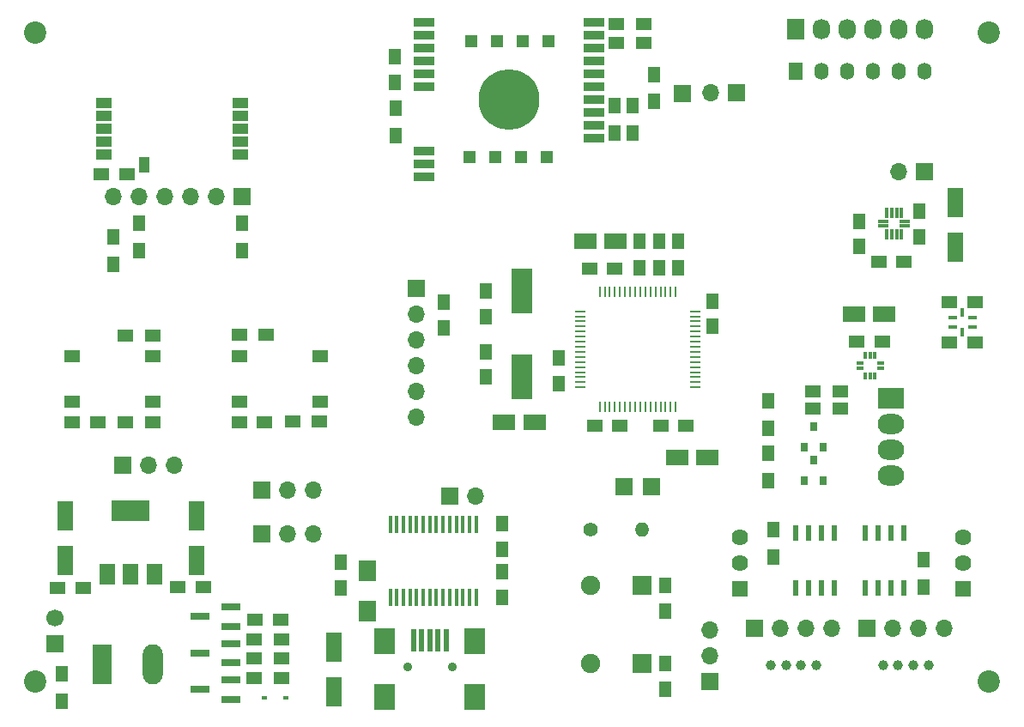
<source format=gbr>
G04 #@! TF.FileFunction,Soldermask,Top*
%FSLAX46Y46*%
G04 Gerber Fmt 4.6, Leading zero omitted, Abs format (unit mm)*
G04 Created by KiCad (PCBNEW 4.0.4-stable) date 12/06/17 10:47:40*
%MOMM*%
%LPD*%
G01*
G04 APERTURE LIST*
%ADD10C,0.100000*%
%ADD11R,1.600000X3.000000*%
%ADD12R,1.250000X1.500000*%
%ADD13R,2.000000X4.500000*%
%ADD14R,1.700000X1.700000*%
%ADD15R,1.600000X1.000000*%
%ADD16R,1.000000X1.600000*%
%ADD17R,1.500000X1.250000*%
%ADD18R,0.600000X0.450000*%
%ADD19C,1.700000*%
%ADD20R,1.700000X2.000000*%
%ADD21R,1.905000X1.905000*%
%ADD22C,1.905000*%
%ADD23R,1.980000X3.960000*%
%ADD24O,1.980000X3.960000*%
%ADD25O,1.700000X1.700000*%
%ADD26R,1.900000X0.800000*%
%ADD27R,1.500000X1.300000*%
%ADD28R,1.300000X1.500000*%
%ADD29C,1.400000*%
%ADD30O,1.400000X1.400000*%
%ADD31R,1.000000X0.250000*%
%ADD32R,0.250000X1.000000*%
%ADD33R,0.450000X1.750000*%
%ADD34R,1.550000X1.300000*%
%ADD35R,1.727200X2.032000*%
%ADD36O,1.727200X2.032000*%
%ADD37R,1.620000X1.620000*%
%ADD38C,1.620000*%
%ADD39R,3.800000X2.000000*%
%ADD40R,1.500000X2.000000*%
%ADD41C,2.200000*%
%ADD42R,2.200000X1.600000*%
%ADD43C,1.000000*%
%ADD44R,0.450000X0.900000*%
%ADD45R,0.900000X0.450000*%
%ADD46R,0.350000X1.000000*%
%ADD47R,1.000000X0.350000*%
%ADD48R,0.350000X0.800000*%
%ADD49R,0.800000X0.350000*%
%ADD50R,2.600000X2.000000*%
%ADD51O,2.600000X2.000000*%
%ADD52R,0.800000X0.900000*%
%ADD53R,1.400000X1.700000*%
%ADD54O,1.400000X1.700000*%
%ADD55R,1.270000X1.270000*%
%ADD56R,2.000000X0.900000*%
%ADD57C,6.000000*%
%ADD58R,0.500000X2.300000*%
%ADD59R,2.000000X2.500000*%
%ADD60C,0.900000*%
%ADD61R,0.600000X1.550000*%
G04 APERTURE END LIST*
D10*
D11*
X93500000Y50290000D03*
X93500000Y45890000D03*
D12*
X84080000Y48430000D03*
X84080000Y45930000D03*
X89980000Y49410000D03*
X89980000Y46910000D03*
D13*
X50750000Y41540000D03*
X50750000Y33040000D03*
D14*
X60840000Y22270000D03*
D15*
X9530000Y60090000D03*
X9530000Y58820000D03*
X9530000Y57550000D03*
X9530000Y56280000D03*
X9530000Y55010000D03*
X23030000Y55010000D03*
X23030000Y56280000D03*
X23030000Y57550000D03*
X23030000Y58820000D03*
X23030000Y60090000D03*
D16*
X13530000Y54010000D03*
D12*
X48840000Y16070000D03*
X48840000Y18570000D03*
D11*
X32220000Y6440000D03*
X32220000Y2040000D03*
D17*
X57950000Y28240000D03*
X60450000Y28240000D03*
D12*
X47200000Y41540000D03*
X47200000Y39040000D03*
X47200000Y33040000D03*
X47200000Y35540000D03*
X32890000Y12260000D03*
X32890000Y14760000D03*
D17*
X24440000Y9150000D03*
X26940000Y9150000D03*
X64450000Y28250000D03*
X66950000Y28250000D03*
X16850000Y12340000D03*
X19350000Y12340000D03*
D12*
X54450000Y34940000D03*
X54450000Y32440000D03*
X64950000Y4790000D03*
X64950000Y2290000D03*
D17*
X59950000Y43740000D03*
X57450000Y43740000D03*
D11*
X18700000Y14990000D03*
X18700000Y19390000D03*
D12*
X69600000Y38040000D03*
X69600000Y40540000D03*
X64950000Y12490000D03*
X64950000Y9990000D03*
D11*
X5700000Y19390000D03*
X5700000Y14990000D03*
D17*
X7500000Y12240000D03*
X5000000Y12240000D03*
X95440000Y40400000D03*
X92940000Y40400000D03*
X9290000Y53060000D03*
X11790000Y53060000D03*
X95440000Y36500000D03*
X92940000Y36500000D03*
D12*
X38270000Y64650000D03*
X38270000Y62150000D03*
D17*
X6410000Y28560000D03*
X8910000Y28560000D03*
X85960000Y44420000D03*
X88460000Y44420000D03*
X83820000Y36570000D03*
X86320000Y36570000D03*
D12*
X43050000Y37940000D03*
X43050000Y40440000D03*
D18*
X27500000Y1440000D03*
X25400000Y1440000D03*
D19*
X4750000Y9290000D03*
D14*
X4750000Y6730000D03*
D20*
X35560000Y9980000D03*
X35560000Y13980000D03*
D21*
X62650000Y4790000D03*
D22*
X57570000Y4790000D03*
D21*
X62640000Y12490000D03*
D22*
X57560000Y12490000D03*
D23*
X9400000Y4690000D03*
D24*
X14400000Y4690000D03*
D14*
X40325000Y41810000D03*
D25*
X40325000Y39270000D03*
X40325000Y36730000D03*
X40325000Y34190000D03*
X40325000Y31650000D03*
X40325000Y29110000D03*
D14*
X43650000Y21330000D03*
D25*
X46190000Y21330000D03*
D14*
X71980000Y61070000D03*
D25*
X69440000Y61070000D03*
D14*
X90500000Y53300000D03*
D25*
X87960000Y53300000D03*
D14*
X23150000Y50860000D03*
D25*
X20610000Y50860000D03*
X18070000Y50860000D03*
X15530000Y50860000D03*
X12990000Y50860000D03*
X10450000Y50860000D03*
D14*
X11420000Y24340000D03*
D25*
X13960000Y24340000D03*
X16500000Y24340000D03*
D14*
X66590000Y61050000D03*
X63560000Y22270000D03*
X69300000Y2990000D03*
D25*
X69300000Y5530000D03*
X69300000Y8070000D03*
D26*
X22050000Y1265000D03*
X22050000Y3165000D03*
X19050000Y2215000D03*
X22050000Y4865000D03*
X22050000Y6765000D03*
X19050000Y5815000D03*
X22050000Y8465000D03*
X22050000Y10365000D03*
X19050000Y9415000D03*
D27*
X25580000Y37190000D03*
X22880000Y37190000D03*
D28*
X62350000Y43790000D03*
X62350000Y46490000D03*
D27*
X24350000Y3390000D03*
X27050000Y3390000D03*
X24350000Y5290000D03*
X27050000Y5290000D03*
X27050000Y7190000D03*
X24350000Y7190000D03*
D28*
X12980000Y48230000D03*
X12980000Y45530000D03*
X38300000Y59580000D03*
X38300000Y56880000D03*
X23150000Y48240000D03*
X23150000Y45540000D03*
X10450000Y44170000D03*
X10450000Y46870000D03*
X90380000Y12300000D03*
X90380000Y15000000D03*
D27*
X62800000Y66040000D03*
X60100000Y66040000D03*
X62800000Y67890000D03*
X60100000Y67890000D03*
D28*
X75550000Y17970000D03*
X75550000Y15270000D03*
D27*
X11660000Y37160000D03*
X14360000Y37160000D03*
D28*
X63780000Y60220000D03*
X63780000Y62920000D03*
D27*
X14360000Y28610000D03*
X11660000Y28610000D03*
D29*
X57570000Y18040000D03*
D30*
X62650000Y18040000D03*
D31*
X56500000Y39540000D03*
X56500000Y39040000D03*
X56500000Y38540000D03*
X56500000Y38040000D03*
X56500000Y37540000D03*
X56500000Y37040000D03*
X56500000Y36540000D03*
X56500000Y36040000D03*
X56500000Y35540000D03*
X56500000Y35040000D03*
X56500000Y34540000D03*
X56500000Y34040000D03*
X56500000Y33540000D03*
X56500000Y33040000D03*
X56500000Y32540000D03*
X56500000Y32040000D03*
D32*
X58450000Y30090000D03*
X58950000Y30090000D03*
X59450000Y30090000D03*
X59950000Y30090000D03*
X60450000Y30090000D03*
X60950000Y30090000D03*
X61450000Y30090000D03*
X61950000Y30090000D03*
X62450000Y30090000D03*
X62950000Y30090000D03*
X63450000Y30090000D03*
X63950000Y30090000D03*
X64450000Y30090000D03*
X64950000Y30090000D03*
X65450000Y30090000D03*
X65950000Y30090000D03*
D31*
X67900000Y32040000D03*
X67900000Y32540000D03*
X67900000Y33040000D03*
X67900000Y33540000D03*
X67900000Y34040000D03*
X67900000Y34540000D03*
X67900000Y35040000D03*
X67900000Y35540000D03*
X67900000Y36040000D03*
X67900000Y36540000D03*
X67900000Y37040000D03*
X67900000Y37540000D03*
X67900000Y38040000D03*
X67900000Y38540000D03*
X67900000Y39040000D03*
X67900000Y39540000D03*
D32*
X65950000Y41490000D03*
X65450000Y41490000D03*
X64950000Y41490000D03*
X64450000Y41490000D03*
X63950000Y41490000D03*
X63450000Y41490000D03*
X62950000Y41490000D03*
X62450000Y41490000D03*
X61950000Y41490000D03*
X61450000Y41490000D03*
X60950000Y41490000D03*
X60450000Y41490000D03*
X59950000Y41490000D03*
X59450000Y41490000D03*
X58950000Y41490000D03*
X58450000Y41490000D03*
D33*
X46245000Y18530000D03*
X45595000Y18530000D03*
X44945000Y18530000D03*
X44295000Y18530000D03*
X43645000Y18530000D03*
X42995000Y18530000D03*
X42345000Y18530000D03*
X41695000Y18530000D03*
X41045000Y18530000D03*
X40395000Y18530000D03*
X39745000Y18530000D03*
X39095000Y18530000D03*
X38445000Y18530000D03*
X37795000Y18530000D03*
X37795000Y11330000D03*
X38445000Y11330000D03*
X39095000Y11330000D03*
X39745000Y11330000D03*
X40395000Y11330000D03*
X41045000Y11330000D03*
X41695000Y11330000D03*
X42345000Y11330000D03*
X42995000Y11330000D03*
X43645000Y11330000D03*
X44295000Y11330000D03*
X44945000Y11330000D03*
X45595000Y11330000D03*
X46245000Y11330000D03*
D34*
X14390000Y35110000D03*
X14390000Y30610000D03*
X6430000Y30610000D03*
X6430000Y35110000D03*
D35*
X77810000Y67340000D03*
D36*
X80350000Y67340000D03*
X82890000Y67340000D03*
X85430000Y67340000D03*
X87970000Y67340000D03*
X90510000Y67340000D03*
D37*
X94290000Y12160000D03*
D38*
X94290000Y14700000D03*
X94290000Y17240000D03*
D37*
X72250000Y12140000D03*
D38*
X72250000Y14680000D03*
X72250000Y17220000D03*
D14*
X84850000Y8240000D03*
D25*
X87390000Y8240000D03*
X89930000Y8240000D03*
X92470000Y8240000D03*
D14*
X73730000Y8240000D03*
D25*
X76270000Y8240000D03*
X78810000Y8240000D03*
X81350000Y8240000D03*
D39*
X12200000Y19890000D03*
D40*
X12200000Y13590000D03*
X14500000Y13590000D03*
X9900000Y13590000D03*
D41*
X96800000Y66990000D03*
X96800000Y2990000D03*
X2800000Y66990000D03*
X2800000Y2990000D03*
D12*
X48810000Y13830000D03*
X48810000Y11330000D03*
D14*
X25110000Y17540000D03*
D25*
X27650000Y17540000D03*
X30190000Y17540000D03*
D14*
X25100000Y21940000D03*
D25*
X27640000Y21940000D03*
X30180000Y21940000D03*
D28*
X5400000Y1090000D03*
X5400000Y3790000D03*
X64300000Y46490000D03*
X64300000Y43790000D03*
X66200000Y46490000D03*
X66200000Y43790000D03*
D42*
X49020000Y28610000D03*
X52020000Y28610000D03*
X69070000Y25090000D03*
X66070000Y25090000D03*
X60000000Y46490000D03*
X57000000Y46490000D03*
X86510000Y39240000D03*
X83510000Y39240000D03*
D43*
X86375000Y4615000D03*
X87875000Y4615000D03*
X89375000Y4615000D03*
X90875000Y4615000D03*
X75325000Y4615000D03*
X76825000Y4615000D03*
X78325000Y4615000D03*
X79825000Y4615000D03*
D28*
X59920000Y57110000D03*
X59920000Y59810000D03*
X61730000Y57090000D03*
X61730000Y59790000D03*
D17*
X22880000Y28590000D03*
X25380000Y28590000D03*
D27*
X30830000Y28640000D03*
X28130000Y28640000D03*
D44*
X94240000Y39450000D03*
X94240000Y37450000D03*
D45*
X95240000Y38950000D03*
X95240000Y37950000D03*
X93240000Y38950000D03*
X93240000Y37950000D03*
D46*
X87730000Y49265000D03*
X87230000Y49265000D03*
X87730000Y47115000D03*
X87230000Y47115000D03*
X86730000Y49265000D03*
X86730000Y47115000D03*
X88230000Y49265000D03*
X88230000Y47115000D03*
D47*
X86405000Y48440000D03*
X86405000Y47940000D03*
X88555000Y47940000D03*
X88555000Y48440000D03*
D48*
X85110000Y33160000D03*
X84610000Y33160000D03*
X85610000Y33160000D03*
X85110000Y35200000D03*
X84610000Y35200000D03*
X85610000Y35200000D03*
D49*
X86130000Y33930000D03*
X86130000Y34430000D03*
X84090000Y33930000D03*
X84090000Y34430000D03*
D34*
X30840000Y35140000D03*
X30840000Y30640000D03*
X22880000Y30640000D03*
X22880000Y35140000D03*
D50*
X87200000Y30940000D03*
D51*
X87200000Y28400000D03*
X87200000Y25860000D03*
X87200000Y23320000D03*
D52*
X78600000Y22860000D03*
X80500000Y22860000D03*
X79550000Y24860000D03*
X78600000Y26140000D03*
X80500000Y26140000D03*
X79550000Y28140000D03*
D27*
X79490000Y31670000D03*
X82190000Y31670000D03*
X79490000Y29910000D03*
X82190000Y29910000D03*
D28*
X75090000Y22830000D03*
X75090000Y25530000D03*
X75090000Y30710000D03*
X75090000Y28010000D03*
D53*
X77800000Y63230000D03*
D54*
X80340000Y63230000D03*
X82880000Y63230000D03*
X85420000Y63230000D03*
X87960000Y63230000D03*
X90500000Y63230000D03*
D55*
X45635000Y54725000D03*
X48175000Y54725000D03*
X50715000Y54725000D03*
X53255000Y54725000D03*
X45735000Y66145000D03*
X48275000Y66145000D03*
X50815000Y66145000D03*
X53355000Y66145000D03*
D56*
X57880000Y56620000D03*
X57880000Y62970000D03*
X57880000Y61700000D03*
X57880000Y59160000D03*
X57880000Y60430000D03*
X57880000Y57890000D03*
X57880000Y64240000D03*
X57880000Y68050000D03*
X57880000Y65510000D03*
X57880000Y66780000D03*
X41130000Y54080000D03*
X41130000Y55350000D03*
X41130000Y66780000D03*
X41130000Y68050000D03*
X41130000Y65510000D03*
X41130000Y61700000D03*
X41130000Y62970000D03*
X41130000Y64240000D03*
X41130000Y52810000D03*
D57*
X49510000Y60430000D03*
D58*
X40090000Y7090000D03*
X40890000Y7090000D03*
X41690000Y7090000D03*
X42490000Y7090000D03*
X43290000Y7090000D03*
D59*
X37240000Y6990000D03*
X37240000Y1490000D03*
X46140000Y6990000D03*
X46140000Y1490000D03*
D60*
X39490000Y4490000D03*
X43890000Y4490000D03*
D61*
X84645000Y12290000D03*
X85915000Y12290000D03*
X87185000Y12290000D03*
X88455000Y12290000D03*
X88455000Y17690000D03*
X87185000Y17690000D03*
X85915000Y17690000D03*
X84645000Y17690000D03*
X77745000Y12290000D03*
X79015000Y12290000D03*
X80285000Y12290000D03*
X81555000Y12290000D03*
X81555000Y17690000D03*
X80285000Y17690000D03*
X79015000Y17690000D03*
X77745000Y17690000D03*
M02*

</source>
